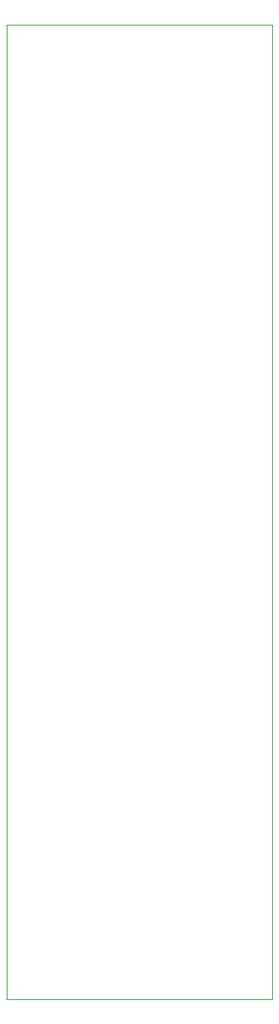
<source format=gbr>
%TF.GenerationSoftware,KiCad,Pcbnew,(6.0.5)*%
%TF.CreationDate,2022-06-21T23:16:54+02:00*%
%TF.ProjectId,eurorack-pmod-pcb,6575726f-7261-4636-9b2d-706d6f642d70,rev?*%
%TF.SameCoordinates,Original*%
%TF.FileFunction,Profile,NP*%
%FSLAX46Y46*%
G04 Gerber Fmt 4.6, Leading zero omitted, Abs format (unit mm)*
G04 Created by KiCad (PCBNEW (6.0.5)) date 2022-06-21 23:16:54*
%MOMM*%
%LPD*%
G01*
G04 APERTURE LIST*
%TA.AperFunction,Profile*%
%ADD10C,0.100000*%
%TD*%
G04 APERTURE END LIST*
D10*
X0Y0D02*
X0Y-110000000D01*
X30000000Y0D02*
X0Y0D01*
X30000000Y0D02*
X30000000Y-110000000D01*
X0Y-110000000D02*
X30000000Y-110000000D01*
M02*

</source>
